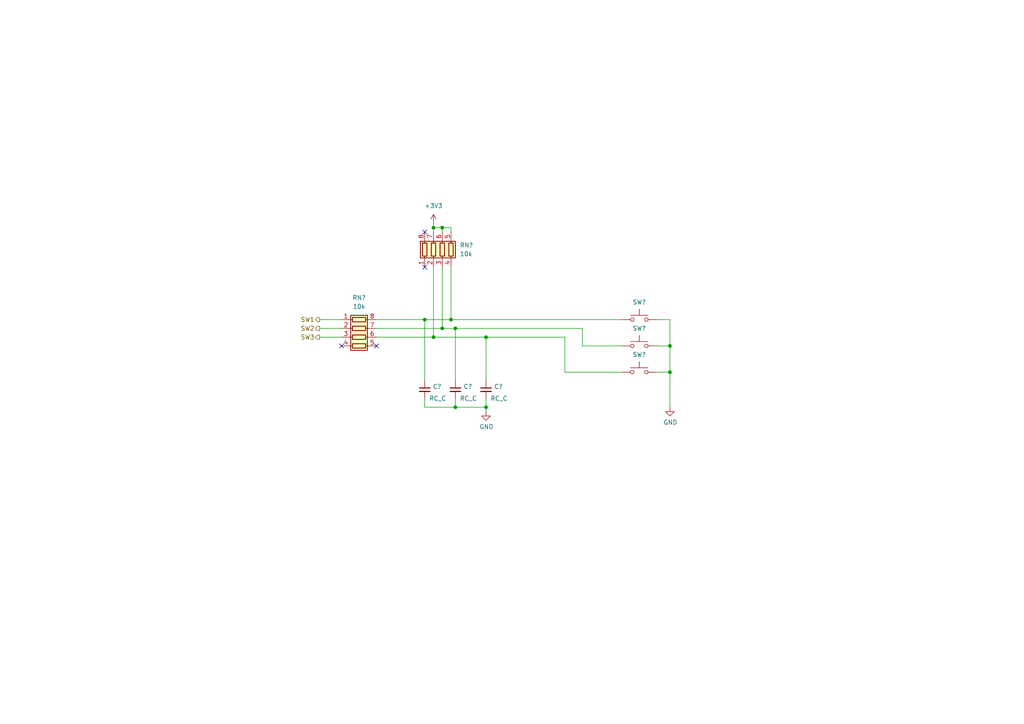
<source format=kicad_sch>
(kicad_sch (version 20230121) (generator eeschema)
  (paper "A4")
  (title_block (title "Buttons") (date "2023-05-09") (rev "2") (company "Cuprum77"))
  (lib_symbols
    (symbol "Device:C_Small" (pin_numbers hide) (pin_names (offset 0.254) hide)
      (property "Reference" "C" (at 0.254 1.778 0))
      (property "Value" "C_Small" (at 0.254 -2.032 0))
      (symbol "C_Small_0_1"
        (polyline (pts (xy -1.524 -0.508) (xy 1.524 -0.508)) (stroke (width 0.3302)))
        (polyline (pts (xy -1.524 0.508) (xy 1.524 0.508)) (stroke (width 0.3048)))
      )
      (symbol "C_Small_1_1"
        (pin passive line (at 0 2.54 270) (length 2.032) (name "~") (number "1"))
        (pin passive line (at 0 -2.54 90) (length 2.032) (name "~") (number "2"))
      )
    )
    (symbol "Device:R_Pack04" (pin_names (offset 0) hide)
      (property "Reference" "RN" (at -7.62 0 90))
      (property "Value" "R_Pack04" (at 5.08 0 90))
      (symbol "R_Pack04_0_1"
        (rectangle (start -6.35 -2.413) (end 3.81 2.413) (stroke (width 0.254)) (fill (type background)))
        (rectangle (start -5.715 1.905) (end -4.445 -1.905) (stroke (width 0.254)))
        (rectangle (start -3.175 1.905) (end -1.905 -1.905) (stroke (width 0.254)))
        (rectangle (start -0.635 1.905) (end 0.635 -1.905) (stroke (width 0.254)))
        (polyline (pts (xy -5.08 -2.54) (xy -5.08 -1.905)))
        (polyline (pts (xy -5.08 1.905) (xy -5.08 2.54)))
        (polyline (pts (xy -2.54 -2.54) (xy -2.54 -1.905)))
        (polyline (pts (xy -2.54 1.905) (xy -2.54 2.54)))
        (polyline (pts (xy 0 -2.54) (xy 0 -1.905)))
        (polyline (pts (xy 0 1.905) (xy 0 2.54)))
        (polyline (pts (xy 2.54 -2.54) (xy 2.54 -1.905)))
        (polyline (pts (xy 2.54 1.905) (xy 2.54 2.54)))
        (rectangle (start 1.905 1.905) (end 3.175 -1.905) (stroke (width 0.254)))
      )
      (symbol "R_Pack04_1_1"
        (pin passive line (at -5.08 -5.08 90) (length 2.54) (name "R1.1") (number "1"))
        (pin passive line (at -2.54 -5.08 90) (length 2.54) (name "R2.1") (number "2"))
        (pin passive line (at 0 -5.08 90) (length 2.54) (name "R3.1") (number "3"))
        (pin passive line (at 2.54 -5.08 90) (length 2.54) (name "R4.1") (number "4"))
        (pin passive line (at 2.54 5.08 270) (length 2.54) (name "R4.2") (number "5"))
        (pin passive line (at 0 5.08 270) (length 2.54) (name "R3.2") (number "6"))
        (pin passive line (at -2.54 5.08 270) (length 2.54) (name "R2.2") (number "7"))
        (pin passive line (at -5.08 5.08 270) (length 2.54) (name "R1.2") (number "8"))
      )
    )
    (symbol "Switch:SW_Push" (pin_numbers hide) (pin_names (offset 1.016) hide)
      (property "Reference" "SW" (at 1.27 2.54 0))
      (property "Value" "SW_Push" (at 0 -1.524 0))
      (symbol "SW_Push_0_1"
        (circle (center -2.032 0) (radius 0.508))
        (polyline (pts (xy 0 1.27) (xy 0 3.048)))
        (polyline (pts (xy 2.54 1.27) (xy -2.54 1.27)))
        (circle (center 2.032 0) (radius 0.508))
        (pin passive line (at -5.08 0 0) (length 2.54) (name "1") (number "1"))
        (pin passive line (at 5.08 0 180) (length 2.54) (name "2") (number "2"))
      )
    )
    (symbol "power:+3V3" (power) (pin_names (offset 0))
      (property "Value" "+3V3" (at 0 3.556 0))
      (symbol "+3V3_0_1"
        (polyline (pts (xy -0.762 1.27) (xy 0 2.54)))
        (polyline (pts (xy 0 0) (xy 0 2.54)))
        (polyline (pts (xy 0 2.54) (xy 0.762 1.27)))
      )
      (symbol "+3V3_1_1"
        (pin power_in line (at 0 0 90) (length 0) hide (name "+3V3") (number "1"))
      )
    )
    (symbol "power:GND" (power) (pin_names (offset 0))
      (property "Value" "GND" (at 0 -3.81 0))
      (symbol "GND_0_1"
        (polyline (pts (xy 0 0) (xy 0 -1.27) (xy 1.27 -1.27) (xy 0 -2.54) (xy -1.27 -1.27) (xy 0 -1.27)))
      )
      (symbol "GND_1_1"
        (pin power_in line (at 0 0 270) (length 0) hide (name "GND") (number "1"))
      )
    )
  )
  (junction (at 125.73 66.04))
  (junction (at 140.97 118.11))
  (junction (at 140.97 97.79))
  (junction (at 128.27 66.04))
  (junction (at 123.19 92.71))
  (junction (at 194.31 100.33))
  (junction (at 128.27 95.25))
  (junction (at 132.08 118.11))
  (junction (at 132.08 95.25))
  (junction (at 125.73 97.79))
  (junction (at 194.31 107.95))
  (junction (at 130.81 92.71))
  (no_connect (at 109.22 100.33))
  (no_connect (at 99.06 100.33))
  (no_connect (at 123.19 67.31))
  (no_connect (at 123.19 77.47))
  (wire (pts (xy 140.97 97.79) (xy 140.97 110.49)))
  (wire (pts (xy 140.97 115.57) (xy 140.97 118.11)))
  (wire (pts (xy 132.08 95.25) (xy 132.08 110.49)))
  (wire (pts (xy 132.08 95.25) (xy 168.91 95.25)))
  (wire (pts (xy 125.73 64.77) (xy 125.73 66.04)))
  (wire (pts (xy 92.71 92.71) (xy 99.06 92.71)))
  (wire (pts (xy 125.73 66.04) (xy 128.27 66.04)))
  (wire (pts (xy 128.27 66.04) (xy 130.81 66.04)))
  (wire (pts (xy 130.81 77.47) (xy 130.81 92.71)))
  (wire (pts (xy 163.83 107.95) (xy 163.83 97.79)))
  (wire (pts (xy 128.27 95.25) (xy 132.08 95.25)))
  (wire (pts (xy 125.73 66.04) (xy 125.73 67.31)))
  (wire (pts (xy 123.19 115.57) (xy 123.19 118.11)))
  (wire (pts (xy 132.08 115.57) (xy 132.08 118.11)))
  (wire (pts (xy 109.22 97.79) (xy 125.73 97.79)))
  (wire (pts (xy 92.71 95.25) (xy 99.06 95.25)))
  (wire (pts (xy 168.91 100.33) (xy 180.34 100.33)))
  (wire (pts (xy 123.19 92.71) (xy 123.19 110.49)))
  (wire (pts (xy 194.31 100.33) (xy 194.31 107.95)))
  (wire (pts (xy 140.97 97.79) (xy 163.83 97.79)))
  (wire (pts (xy 168.91 100.33) (xy 168.91 95.25)))
  (wire (pts (xy 163.83 107.95) (xy 180.34 107.95)))
  (wire (pts (xy 92.71 97.79) (xy 99.06 97.79)))
  (wire (pts (xy 125.73 97.79) (xy 140.97 97.79)))
  (wire (pts (xy 190.5 107.95) (xy 194.31 107.95)))
  (wire (pts (xy 190.5 92.71) (xy 194.31 92.71)))
  (wire (pts (xy 128.27 66.04) (xy 128.27 67.31)))
  (wire (pts (xy 190.5 100.33) (xy 194.31 100.33)))
  (wire (pts (xy 194.31 107.95) (xy 194.31 118.11)))
  (wire (pts (xy 140.97 118.11) (xy 132.08 118.11)))
  (wire (pts (xy 140.97 119.38) (xy 140.97 118.11)))
  (wire (pts (xy 123.19 92.71) (xy 130.81 92.71)))
  (wire (pts (xy 130.81 66.04) (xy 130.81 67.31)))
  (wire (pts (xy 194.31 92.71) (xy 194.31 100.33)))
  (wire (pts (xy 128.27 77.47) (xy 128.27 95.25)))
  (wire (pts (xy 130.81 92.71) (xy 180.34 92.71)))
  (wire (pts (xy 109.22 92.71) (xy 123.19 92.71)))
  (wire (pts (xy 125.73 77.47) (xy 125.73 97.79)))
  (wire (pts (xy 123.19 118.11) (xy 132.08 118.11)))
  (wire (pts (xy 109.22 95.25) (xy 128.27 95.25)))
  (hierarchical_label "SW3" (shape output) (at 92.71 97.79 180))
  (hierarchical_label "SW1" (shape output) (at 92.71 92.71 180))
  (hierarchical_label "SW2" (shape output) (at 92.71 95.25 180))
  (symbol (lib_id "power:+3V3") (at 125.73 64.77 0) (unit 1)
    (property "Reference" "#PWR?" (effects hide))
    (property "Value" "+3V3" (at 125.73 59.69 0))
    (instances (project "USB-PD" (path "" (reference "#PWR?") (unit 1)) (path "" (reference "#PWR020") (unit 1))))
  )
  (symbol (lib_id "Switch:SW_Push") (at 185.42 107.95 0) (unit 1)
    (property "Reference" "SW?" (at 185.42 102.87 0))
    (property "Value" "SW_CONF" (effects hide))
    (property "Footprint" "KiCAD Library:PTS636 SM25J SMTR LFS" (effects hide))
    (instances (project "USB-PD" (path "" (reference "SW?") (unit 1)) (path "" (reference "SW3") (unit 1))))
  )
  (symbol (lib_id "Switch:SW_Push") (at 185.42 100.33 0) (unit 1)
    (property "Reference" "SW?" (at 185.42 95.25 0))
    (property "Value" "SW_DOWN" (effects hide))
    (property "Footprint" "KiCAD Library:PTS636 SM25J SMTR LFS" (effects hide))
    (instances (project "USB-PD" (path "" (reference "SW?") (unit 1)) (path "" (reference "SW2") (unit 1))))
  )
  (symbol (lib_id "Device:R_Pack04") (at 128.27 72.39 0) (unit 1)
    (property "Reference" "RN?" (at 133.35 71.1199 0) (effects (justify left)))
    (property "Value" "10k" (at 133.35 73.6599 0) (effects (justify left)))
    (property "Footprint" "Resistor_SMD:R_Array_Convex_4x0603" (effects hide))
    (instances (project "USB-PD" (path "" (reference "RN?") (unit 1)) (path "" (reference "RN2") (unit 1))))
  )
  (symbol (lib_id "Device:R_Pack04") (at 104.14 97.79 270) (unit 1)
    (property "Reference" "RN?" (at 104.14 86.36 90))
    (property "Value" "10k" (at 104.14 88.9 90))
    (property "Footprint" "Resistor_SMD:R_Array_Convex_4x0603" (effects hide))
    (instances (project "USB-PD" (path "" (reference "RN?") (unit 1)) (path "" (reference "RN1") (unit 1))))
  )
  (symbol (lib_id "Device:C_Small") (at 123.19 113.03 0) (unit 1)
    (property "Reference" "C?" (at 125.5141 112.1278 0) (effects (justify left)))
    (property "Value" "RC_C" (at 124.46 115.57 0) (effects (justify left)))
    (property "Footprint" "KiCAD Library:C_0603_1608Metric" (effects hide))
    (instances (project "USB-PD" (path "" (reference "C?") (unit 1)) (path "" (reference "C18") (unit 1))))
  )
  (symbol (lib_id "Switch:SW_Push") (at 185.42 92.71 0) (unit 1)
    (property "Reference" "SW?" (at 185.42 87.63 0))
    (property "Value" "SW_MENU" (effects hide))
    (property "Footprint" "KiCAD Library:PTS636 SM25J SMTR LFS" (effects hide))
    (instances (project "USB-PD" (path "" (reference "SW?") (unit 1)) (path "" (reference "SW1") (unit 1))))
  )
  (symbol (lib_id "Device:C_Small") (at 132.08 113.03 0) (unit 1)
    (property "Reference" "C?" (at 134.4041 112.1278 0) (effects (justify left)))
    (property "Value" "RC_C" (at 133.35 115.57 0) (effects (justify left)))
    (property "Footprint" "KiCAD Library:C_0603_1608Metric" (effects hide))
    (instances (project "USB-PD" (path "" (reference "C?") (unit 1)) (path "" (reference "C19") (unit 1))))
  )
  (symbol (lib_id "power:GND") (at 140.97 119.38 0) (unit 1)
    (property "Reference" "#PWR?" (effects hide))
    (property "Value" "GND" (at 141.097 123.7742 0))
    (instances (project "USB-PD" (path "" (reference "#PWR?") (unit 1)) (path "" (reference "#PWR018") (unit 1))))
  )
  (symbol (lib_id "power:GND") (at 194.31 118.11 0) (unit 1)
    (property "Reference" "#PWR?" (effects hide))
    (property "Value" "GND" (at 194.437 122.5042 0))
    (instances (project "USB-PD" (path "" (reference "#PWR?") (unit 1)) (path "" (reference "#PWR023") (unit 1))))
  )
  (symbol (lib_id "Device:C_Small") (at 140.97 113.03 0) (unit 1)
    (property "Reference" "C?" (at 143.2941 112.1278 0) (effects (justify left)))
    (property "Value" "RC_C" (at 142.24 115.57 0) (effects (justify left)))
    (property "Footprint" "KiCAD Library:C_0603_1608Metric" (effects hide))
    (instances (project "USB-PD" (path "" (reference "C?") (unit 1)) (path "" (reference "C21") (unit 1))))
  )
)
</source>
